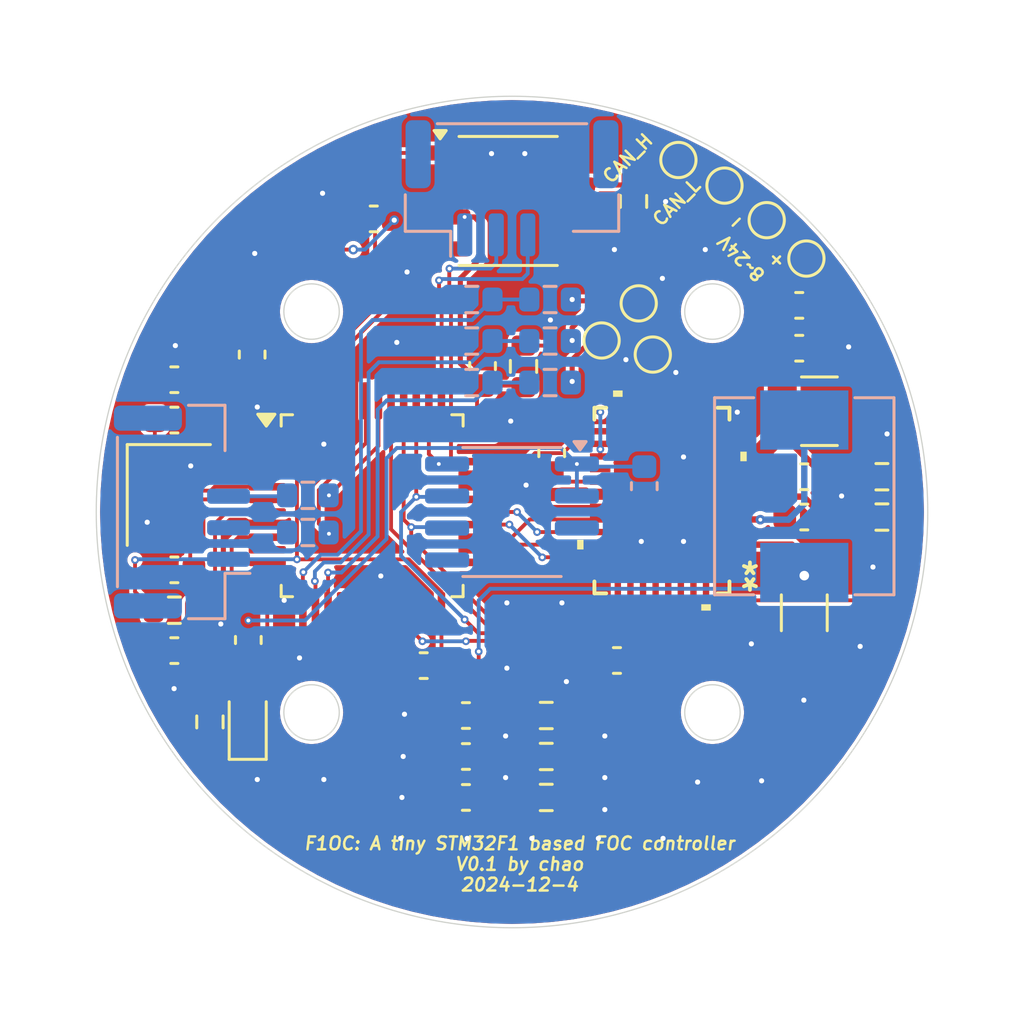
<source format=kicad_pcb>
(kicad_pcb (version 20240108) (generator "pcbnew") (generator_version "8.0")
  (title_block (title "F1OC -- A tiny STM32F1 based FOC controller") (date "2024-12-04") (rev "v0.1"))
  (layers (0 "F.Cu" signal) (31 "B.Cu" signal) (34 "B.Paste" user) (35 "F.Paste" user) (36 "B.SilkS" user "B.Silkscreen") (37 "F.SilkS" user "F.Silkscreen") (38 "B.Mask" user) (39 "F.Mask" user) (44 "Edge.Cuts" user))
  (property "ADDRESS1" "Not shown in title block")
  (property "ADDRESS2" "Not shown in title block")
  (property "ADDRESS3" "Not shown in title block")
  (property "ADDRESS4" "Not shown in title block")
  (property "APPROVEDBY" "Not shown in title block")
  (property "AUTHOR" "Not shown in title block")
  (property "CHECKEDBY" "Not shown in title block")
  (property "CONFIGURATIONPARAMETERS" "")
  (property "CONFIGURATORNAME" "")
  (property "CURRENTDATE" "Not shown in title block")
  (property "CURRENTTIME" "Not shown in title block")
  (property "DOCUMENTFULLPATHANDNAME" "Not shown in title block")
  (property "DOCUMENTNAME" "Not shown in title block")
  (property "DOCUMENTNUMBER" "1")
  (property "DRAWNBY" "")
  (property "ENGINEER" "Not shown in title block")
  (property "IMAGEPATH" "Not shown in title block")
  (property "ISUSERCONFIGURABLE" "")
  (property "MODIFIEDDATE" "Not shown in title block")
  (property "ORGANIZATION" "Not shown in title block")
  (property "PAGESETUP" "Record=PageOptions¦CenterHorizontal=True¦CenterVertical=True¦PrintScale=1.00¦XCorrection=1.00¦YCorrection=1.00¦PrintKind=0¦BorderSize=5000000¦LeftOffset=0¦BottomOffset=0¦Orientation=2¦PaperLength=1000¦PaperWidth=1000¦Scale=100¦PaperSource=15¦PrintQuality=600¦MediaType=1¦DitherType=10¦PaperKind=Letter¦PrintScaleMode=1")
  (property "SHEETTOTAL" "3")
  (property "TIME" "Not shown in title block")
  (property "VERSIONCONTROL_PROJFOLDERREVNUMBER" "")
  (property "VERSIONCONTROL_REVNUMBER" "")
  (net 0 "")
  (net 1 "GND")
  (net 2 "Net-(U1-NRST)")
  (net 3 "+3.3V")
  (net 4 "+3.3VA")
  (net 6 "/IN_LA")
  (net 7 "/IN_HA")
  (net 8 "/CAN_TX")
  (net 9 "/IN_LB")
  (net 11 "/CS")
  (net 12 "Net-(U1-PD0)")
  (net 13 "/IN_HC")
  (net 14 "/SCK")
  (net 17 "/SWD")
  (net 18 "/MISO")
  (net 19 "Net-(U1-PD1)")
  (net 20 "/CAN_RX")
  (net 21 "/SWCLK")
  (net 22 "/IN_LC")
  (net 23 "/MOSI")
  (net 24 "/IN_HB")
  (net 26 "/SW_BK")
  (net 27 "/CS_DRV")
  (net 28 "/CUR_B")
  (net 30 "/CUR_C")
  (net 31 "/CUR_A")
  (net 32 "/V_BATT")
  (net 33 "/MOTOR_B")
  (net 34 "/MOTOR_A")
  (net 35 "+8~24V")
  (net 36 "Net-(U2-SOC)")
  (net 38 "/MOTOR_C")
  (net 39 "Net-(U2-SOB)")
  (net 40 "Net-(U2-SOA)")
  (net 41 "Net-(U2-CP)")
  (net 42 "Net-(U2-VREF{slash}ILIM)")
  (net 45 "/UART_TX")
  (net 46 "/UART_RX")
  (net 47 "Net-(D2-K)")
  (net 53 "/VOL_A")
  (net 54 "/VOL_B")
  (net 55 "/VOL_C")
  (net 56 "Net-(U1-PB7)")
  (net 57 "Net-(U1-PB6)")
  (net 58 "Net-(U2-CPL)")
  (net 59 "Net-(U2-CPH)")
  (net 60 "/LED")
  (net 61 "Net-(U3-CANH)")
  (net 62 "Net-(U3-CANL)")
  (net 63 "Net-(U2-NFAULT)")
  (net 64 "/DRV_OFF")
  (footprint "Capacitor_SMD:C_0603_1608Metric" (layer "F.Cu") (at 107.6 81.5 180)
    (property "Reference" "C1" (hide yes))
    (property "Value" "0.1uF")
  )
  (footprint "LED_SMD:LED_0603_1608Metric" (layer "F.Cu") (at 110.511199 84.3312 90)
    (property "Reference" "D2" (hide yes))
    (property "Value" "LED")
  )
  (footprint "TestPoint:TestPoint_Pad_D1.0mm" (layer "F.Cu") (at 124.556 69.1928 90)
    (property "Reference" "TP3" (hide yes))
    (property "Value" "MOTOR_C")
  )
  (footprint "Resistor_SMD:R_0603_1608Metric" (layer "F.Cu") (at 109.0112 84.3312 90)
    (property "Reference" "R10" (hide yes))
    (property "Value" "10k")
  )
  (footprint "Capacitor_SMD:C_0603_1608Metric" (layer "F.Cu") (at 125.1656 81.8928 180)
    (property "Reference" "C17" (hide yes))
    (property "Value" "X5R CERAMIC 16V 0.1uF")
  )
  (footprint "Capacitor_SMD:C_0603_1608Metric" (layer "F.Cu") (at 119.172 84.0772 180)
    (property "Reference" "C16" (hide yes))
    (property "Value" "30pF")
  )
  (footprint "footprints:DRV8316C" (layer "F.Cu") (at 126.950441 75.5456 180)
    (property "Reference" "U2" (hide yes))
    (property "Value" "DRV8316CRRGFR")
  )
  (footprint "Capacitor_SMD:C_0603_1608Metric" (layer "F.Cu") (at 132.6 76.2)
    (property "Reference" "C8" (hide yes))
    (property "Value" "X5R CERAMIC 47nF")
  )
  (footprint "TestPoint:TestPoint_Pad_D1.0mm" (layer "F.Cu") (at 126.588 69.7516 90)
    (property "Reference" "TP2" (hide yes))
    (property "Value" "MOTOR_B")
  )
  (footprint "Crystal:Crystal_SMD_3225-4Pin_3.2x2.5mm" (layer "F.Cu") (at 107.38 75.324 -90)
    (property "Reference" "Y1" (hide yes))
    (property "Value" "Crystal_GND24")
  )
  (footprint "Resistor_SMD:R_0603_1608Metric" (layer "F.Cu") (at 122.3594 87.3284 180)
    (property "Reference" "R4" (hide yes))
    (property "Value" "470")
  )
  (footprint "Resistor_SMD:R_0603_1608Metric" (layer "F.Cu") (at 122.3594 85.7028 180)
    (property "Reference" "R5" (hide yes))
    (property "Value" "470")
  )
  (footprint "Capacitor_SMD:C_0603_1608Metric" (layer "F.Cu") (at 122.5748 73.6632 90)
    (property "Reference" "C6" (hide yes))
    (property "Value" "X5R CERAMIC 16V 0.1uF")
  )
  (footprint "Capacitor_SMD:C_0603_1608Metric" (layer "F.Cu") (at 110.6876 69.7516 90)
    (property "Reference" "C19" (hide yes))
    (property "Value" "0.1uF")
  )
  (footprint "Resistor_SMD:R_0603_1608Metric" (layer "F.Cu") (at 135.6812 76.2 180)
    (property "Reference" "R8" (hide yes))
    (property "Value" "10K")
  )
  (footprint "Capacitor_SMD:C_0603_1608Metric" (layer "F.Cu") (at 132.4 67.8)
    (property "Reference" "C9" (hide yes))
    (property "Value" "50V 0.1uF")
  )
  (footprint "Capacitor_SMD:C_1210_3225Metric" (layer "F.Cu") (at 133.2 72)
    (property "Reference" "C5" (hide yes))
    (property "Value" "C_Polarized")
  )
  (footprint "Capacitor_SMD:C_1206_3216Metric" (layer "F.Cu") (at 132.6 80 -90)
    (property "Reference" "C13" (hide yes))
    (property "Value" "22uF")
  )
  (footprint "Capacitor_SMD:C_0603_1608Metric" (layer "F.Cu") (at 119.172 85.7028 180)
    (property "Reference" "C15" (hide yes))
    (property "Value" "30pF")
  )
  (footprint "Package_QFP:LQFP-48_7x7mm_P0.5mm" (layer "F.Cu") (at 115.45 75.75)
    (property "Reference" "U1" (hide yes))
    (property "Value" "STM32F103C8Tx")
  )
  (footprint "Capacitor_SMD:C_0603_1608Metric" (layer "F.Cu") (at 117.4948 82.096 180)
    (property "Reference" "C21" (hide yes))
    (property "Value" "0.1uF")
  )
  (footprint "Capacitor_SMD:C_0603_1608Metric" (layer "F.Cu") (at 119.8316 70.2088 90)
    (property "Reference" "C20" (hide yes))
    (property "Value" "0.1uF")
  )
  (footprint "Capacitor_SMD:C_0603_1608Metric" (layer "F.Cu") (at 107.6 78.296 180)
    (property "Reference" "C3" (hide yes))
    (property "Value" "20pF")
  )
  (footprint "Capacitor_SMD:C_0603_1608Metric" (layer "F.Cu") (at 132.6 74.6)
    (property "Reference" "C10" (hide yes))
    (property "Value" "X5R CERAMIC 16V 1uF")
  )
  (footprint "Resistor_SMD:R_0603_1608Metric" (layer "F.Cu") (at 122.3594 84.0772 180)
    (property "Reference" "R6" (hide yes))
    (property "Value" "470")
  )
  (footprint "TestPoint:TestPoint_Pad_D1.0mm" (layer "F.Cu") (at 127.604 62.03 90)
    (property "Reference" "TP4" (hide yes))
    (property "Value" "CAN_H")
  )
  (footprint "TestPoint:TestPoint_Pad_D1.0mm" (layer "F.Cu") (at 131.1092 64.4176)
    (property "Reference" "TP7" (hide yes))
    (property "Value" "VBATT-")
  )
  (footprint "TestPoint:TestPoint_Pad_D1.0mm" (layer "F.Cu") (at 132.684 65.9416)
    (property "Reference" "TP6" (hide yes))
    (property "Value" "VBATT+")
  )
  (footprint "Capacitor_SMD:C_0603_1608Metric" (layer "F.Cu") (at 110.5352 81.08 -90)
    (property "Reference" "C11" (hide yes))
    (property "Value" "X5R CERAMIC 16V 0.1uF")
  )
  (footprint "Capacitor_SMD:C_0603_1608Metric" (layer "F.Cu") (at 119.172 87.3284 180)
    (property "Reference" "C14" (hide yes))
    (property "Value" "30pF")
  )
  (footprint "TestPoint:TestPoint_Pad_D1.0mm" (layer "F.Cu") (at 126.0292 67.7196 90)
    (property "Reference" "TP1" (hide yes))
    (property "Value" "MOTOR_A")
  )
  (footprint "Capacitor_SMD:C_0603_1608Metric" (layer "F.Cu") (at 132.4 69.5)
    (property "Reference" "C12" (hide yes))
    (property "Value" "63V 1uF")
  )
  (footprint "Package_SO:SOIC-8_3.9x4.9mm_P1.27mm" (layer "F.Cu") (at 120.8476 63.6556)
    (property "Reference" "U3" (hide yes))
    (property "Value" "SN65HVD230")
  )
  (footprint "Resistor_SMD:R_0603_1608Metric" (layer "F.Cu") (at 125.8226 63.6734 -90)
    (property "Reference" "R2" (hide yes))
    (property "Value" "470")
  )
  (footprint "Capacitor_SMD:C_0603_1608Metric" (layer "F.Cu") (at 107.6 70.75 180)
    (property "Reference" "C18" (hide yes))
    (property "Value" "0.1uF")
  )
  (footprint "Capacitor_SMD:C_0603_1608Metric" (layer "F.Cu") (at 115.5136 64.3668 180)
    (property "Reference" "C4" (hide yes))
    (property "Value" "0.1uF")
  )
  (footprint "Resistor_SMD:R_0603_1608Metric" (layer "F.Cu") (at 121.4572 70.221 -90)
    (property "Reference" "R17" (hide yes))
    (property "Value" "10k")
  )
  (footprint "TestPoint:TestPoint_Pad_D1.0mm" (layer "F.Cu") (at 129.4328 63.046 90)
    (property "Reference" "TP5" (hide yes))
    (property "Value" "CAN_L")
  )
  (footprint "Resistor_SMD:R_0603_1608Metric" (layer "F.Cu") (at 107.6 79.898)
    (property "Reference" "R1" (hide yes))
    (property "Value" "10k")
  )
  (footprint "Capacitor_SMD:C_0603_1608Metric" (layer "F.Cu") (at 107.6 72.352)
    (property "Reference" "C2" (hide yes))
    (property "Value" "20pF")
  )
  (footprint "Resistor_SMD:R_0603_1608Metric" (layer "F.Cu") (at 135.6812 74.6 180)
    (property "Reference" "R7" (hide yes))
    (property "Value" "100K")
  )
  (footprint "Resistor_SMD:R_0603_1608Metric" (layer "B.Cu") (at 122.5118 70.862425)
    (property "Reference" "R15" (hide yes))
    (property "Value" "10k")
  )
  (footprint "Connector_JST:JST_GH_SM04B-GHS-TB_1x04-1MP_P1.25mm_Horizontal" (layer "B.Cu") (at 121 63.15)
    (property "Reference" "J3" (hide yes))
    (property "Value" "Conn_01x04_Shielded")
  )
  (footprint "Resistor_SMD:R_0603_1608Metric" (layer "B.Cu") (at 122.5118 67.5672)
    (property "Reference" "R9" (hide yes))
    (property "Value" "10k")
  )
  (footprint "Capacitor_SMD:C_0603_1608Metric" (layer "B.Cu") (at 126.25 74.975 -90)
    (property "Reference" "C7" (hide yes))
    (property "Value" "0.1uF")
  )
  (footprint "Resistor_SMD:R_0603_1608Metric" (layer "B.Cu") (at 119.4008 69.214812)
    (property "Reference" "R14" (hide yes))
    (property "Value" "1k")
  )
  (footprint "Resistor_SMD:R_0603_1608Metric" (layer "B.Cu") (at 119.4008 70.862425)
    (property "Reference" "R16" (hide yes))
    (property "Value" "1k")
  )
  (footprint "Connector_JST:JST_GH_SM04B-GHS-TB_1x04-1MP_P1.25mm_Horizontal" (layer "B.Cu") (at 107.9 76 90)
    (property "Reference" "J1" (hide yes))
    (property "Value" "Conn_01x04_Shielded")
  )
  (footprint "Resistor_SMD:R_0603_1608Metric" (layer "B.Cu") (at 122.5118 69.214812)
    (property "Reference" "R13" (hide yes))
    (property "Value" "10k")
  )
  (footprint "Package_SO:SO-8_3.9x4.9mm_P1.27mm" (layer "B.Cu") (at 121 76 180)
    (property "Reference" "U4" (hide yes))
    (property "Value" "MT6701CT")
  )
  (footprint "Resistor_SMD:R_0603_1608Metric" (layer "B.Cu") (at 112.8984 76.8128 180)
    (property "Reference" "R3" (hide yes))
    (property "Value" "100")
  )
  (footprint "Resistor_SMD:R_0603_1608Metric" (layer "B.Cu") (at 112.8984 75.3396 180)
    (property "Reference" "R11" (hide yes))
    (property "Value" "100")
  )
  (footprint "Resistor_SMD:R_0603_1608Metric" (layer "B.Cu") (at 119.4008 67.5672)
    (property "Reference" "R12" (hide yes))
    (property "Value" "1k")
  )
  (footprint "Inductor_SMD:L_Chilisin_BMRx00060630" (layer "B.Cu") (at 132.6 75.375 -90)
    (property "Reference" "L1" (hide yes))
    (property "Value" "47uH")
  )
  (gr_circle (center 113.045049 68.045049) (end 112.267231 67.267231) (stroke (width 0.05)) (fill none) (layer "Edge.Cuts"))
  (gr_circle (center 121 76) (end 109.332738 64.332738) (stroke (width 0.05)) (fill none) (layer "Edge.Cuts"))
  (gr_circle (center 113.045049 83.954951) (end 112.267231 83.177134) (stroke (width 0.05)) (fill none) (layer "Edge.Cuts"))
  (gr_circle (center 128.954951 68.045049) (end 128.177134 67.267231) (stroke (width 0.05)) (fill none) (layer "Edge.Cuts"))
  (gr_circle (center 128.954951 83.954951) (end 128.177134 83.177134) (stroke (width 0.05)) (fill none) (layer "Edge.Cuts"))
  (gr_text "CAN_H" (at 124.9116 63.0714 45) (layer "F.SilkS") (effects (font (size 0.508 0.508) (thickness 0.1)) (justify left bottom)))
  (gr_text "-" (at 129.8138 64.951 45) (layer "F.SilkS") (effects (font (size 0.508 0.508) (thickness 0.1)) (justify left bottom)))
  (gr_text "CAN_L" (at 126.8928 64.7732 45) (layer "F.SilkS") (effects (font (size 0.508 0.508) (thickness 0.1)) (justify left bottom)))
  (gr_text "+" (at 131.414 66.4496 45) (layer "F.SilkS") (effects (font (size 0.508 0.508) (thickness 0.1)) (justify left bottom)))
  (gr_text "8~24V" (at 131.16 66.5512 135) (layer "F.SilkS") (effects (font (size 0.508 0.508) (thickness 0.1)) (justify left bottom)))
  (gr_text "F1OC: A tiny STM32F1 based FOC controller\nV0.1 by chao\n2024-12-4" (at 121.3048 91.0876 0) (layer "F.SilkS") (effects (font (size 0.508 0.508) (thickness 0.1) (italic yes)) (justify bottom)))
  (via (at 134.8176 81.334) (size 0.4064) (drill 0.2032) (layers "F.Cu" "B.Cu") (net 1))
  (via (at 110.8908 71.8344) (size 0.4064) (drill 0.2032) (layers "F.Cu" "B.Cu") (net 1))
  (via (at 110.8908 86.6172) (size 0.4064) (drill 0.2032) (layers "F.Cu" "B.Cu") (net 1))
  (via (at 116.682 85.7028) (size 0.4064) (drill 0.2032) (layers "F.Cu" "B.Cu") (net 1))
  (via (at 116.7328 84.0264) (size 0.4064) (drill 0.2032) (layers "F.Cu" "B.Cu") (net 1))
  (via (at 107.6396 69.396) (size 0.4064) (drill 0.2032) (layers "F.Cu" "B.Cu") (net 1))
  (via (at 129.9408 72.0376) (size 0.4064) (drill 0.2032) (layers "F.Cu" "B.Cu") (net 1))
  (via (at 121.508 61.776) (size 0.4064) (drill 0.2032) (layers "F.Cu" "B.Cu") (net 1))
  (via (at 130.906 86.668) (size 0.4064) (drill 0.2032) (layers "F.Cu" "B.Cu") (net 1))
  (via (at 124.683 86.541) (size 0.4064) (drill 0.2032) (layers "F.Cu" "B.Cu") (net 1))
  (via (at 109.443 80.445) (size 0.4064) (drill 0.2032) (layers "F.Cu" "B.Cu") (net 1))
  (via (at 126.969 66.729) (size 0.4064) (drill 0.2032) (layers "F.Cu" "B.Cu") (net 1))
  (via (at 125.5212 69.9548) (size 0.4064) (drill 0.2032) (layers "F.Cu" "B.Cu") (net 1))
  (via (at 122.9812 79.6068) (size 0.4064) (drill 0.2032) (layers "F.Cu" "B.Cu") (net 1))
  (via (at 116.5804 88.954) (size 0.4064) (drill 0.2032) (layers "F.Cu" "B.Cu") (net 1))
  (via (at 108.2492 74.1712) (size 0.4064) (drill 0.2032) (layers "F.Cu" "B.Cu") (net 1))
  (via (at 120.1872 61.776) (size 0.4064) (drill 0.2032) (layers "F.Cu" "B.Cu") (net 1))
  (via (at 124.683 84.89) (size 0.4064) (drill 0.2032) (layers "F.Cu" "B.Cu") (net 1))
  (via (at 128.6708 65.586) (size 0.4064) (drill 0.2032) (layers "F.Cu" "B.Cu") (net 1))
  (via (at 127.8072 73.8156) (size 0.4064) (drill 0.2032) (layers "F.Cu" "B.Cu") (net 1))
  (via (at 119.222 88.954) (size 0.4064) (drill 0.2032) (layers "F.Cu" "B.Cu") (net 1))
  (via (at 123.159 82.731) (size 0.4064) (drill 0.2032) (layers "F.Cu" "B.Cu") (net 1))
  (via (at 120.9492 72.3932) (size 0.4064) (drill 0.2032) (layers "F.Cu" "B.Cu") (net 1))
  (via (at 120.7968 82.1976) (size 0.4064) (drill 0.2032) (layers "F.Cu" "B.Cu") (net 1))
  (via (at 134.081 75.365) (size 0.4064) (drill 0.2032) (layers "F.Cu" "B.Cu") (net 1))
  (via (at 113.5324 86.6172) (size 0.4064) (drill 0.2032) (layers "F.Cu" "B.Cu") (net 1))
  (via (at 116.8344 66.475) (size 0.4064) (drill 0.2032) (layers "F.Cu" "B.Cu") (net 1))
  (via (at 107.5888 83.0104) (size 0.4064) (drill 0.2032) (layers "F.Cu" "B.Cu") (net 1))
  (via (at 124.683 87.811) (size 0.4064) (drill 0.2032) (layers "F.Cu" "B.Cu") (net 1))
  (via (at 120.746 86.541) (size 0.4064) (drill 0.2032) (layers "F.Cu" "B.Cu") (net 1))
  (via (at 128.366 86.7188) (size 0.4064) (drill 0.2032) (layers "F.Cu" "B.Cu") (net 1))
  (via (at 127.5024 70.4628) (size 0.4064) (drill 0.2032) (layers "F.Cu" "B.Cu") (net 1))
  (via (at 111.9576 79.5052) (size 0.4064) (drill 0.2032) (layers "F.Cu" "B.Cu") (net 1))
  (via (at 120.746 84.89) (size 0.4064) (drill 0.2032) (layers "F.Cu" "B.Cu") (net 1))
  (via (at 112.5672 81.7912) (size 0.4064) (drill 0.2032) (layers "F.Cu" "B.Cu") (net 1))
  (via (at 120.7968 79.6068) (size 0.4064) (drill 0.2032) (layers "F.Cu" "B.Cu") (net 1))
  (via (at 116.6312 87.3284) (size 0.4064) (drill 0.2032) (layers "F.Cu" "B.Cu") (net 1))
  (via (at 126.1308 77.1684) (size 0.4064) (drill 0.2032) (layers "F.Cu" "B.Cu") (net 1))
  (via (at 124.429 88.954) (size 0.4064) (drill 0.2032) (layers "F.Cu" "B.Cu") (net 1))
  (via (at 122.524 68.38) (size 0.4064) (drill 0.2032) (layers "F.Cu" "B.Cu") (net 1))
  (via (at 135.8844 72.9012) (size 0.4064) (drill 0.2032) (layers "F.Cu" "B.Cu") (net 1))
  (via (at 113.5324 73.3076) (size 0.4064) (drill 0.2032) (layers "F.Cu" "B.Cu") (net 1))
  (via (at 121.5588 74.9332) (size 0.4064) (drill 0.2032) (layers "F.Cu" "B.Cu") (net 1))
  (via (at 125.064 65.586) (size 0.4064) (drill 0.2032) (layers "F.Cu" "B.Cu") (net 1))
  (via (at 113.4816 63.3508) (size 0.4064) (drill 0.2032) (layers "F.Cu" "B.Cu") (net 1))
  (via (at 116.428 69.269) (size 0.4064) (drill 0.2032) (layers "F.Cu" "B.Cu") (net 1))
  (via (at 121.7874 88.954) (size 0.4064) (drill 0.2032) (layers "F.Cu" "B.Cu") (net 1))
  (via (at 126.9944 88.954) (size 0.4064) (drill 0.2032) (layers "F.Cu" "B.Cu") (net 1))
  (via (at 130.4996 81.2324) (size 0.4064) (drill 0.2032) (layers "F.Cu" "B.Cu") (net 1))
  (via (at 134.3604 69.4468) (size 0.4064) (drill 0.2032) (layers "F.Cu" "B.Cu") (net 1))
  (via (at 115.793 78.54) (size 0.4064) (drill 0.2032) (layers "F.Cu" "B.Cu") (net 1))
  (via (at 127.8072 77.1684) (size 0.4064) (drill 0.2032) (layers "F.Cu" "B.Cu") (net 1))
  (via (at 135.3256 78.1844) (size 0.4064) (drill 0.2032) (layers "F.Cu" "B.Cu") (net 1))
  (via (at 110.7892 65.7384) (size 0.4064) (drill 0.2032) (layers "F.Cu" "B.Cu") (net 1))
  (via (at 132.5824 83.4676) (size 0.4064) (drill 0.2032) (layers "F.Cu" "B.Cu") (net 1))
  (via (at 106.522 76.4064) (size 0.4064) (drill 0.2032) (layers "F.Cu" "B.Cu") (net 1))
  (via (at 127.096 63.681) (size 0.4064) (drill 0.2032) (layers "F.Cu" "B.Cu") (net 1))
  (segment (start 108.375 79.948) (end 108.425 79.898) (width 0.1524) (layer "F.Cu") (net 2))
  (segment (start 108.72 79.898) (end 109.2144 79.4036) (width 0.1524) (layer "F.Cu") (net 2))
  (segment (start 109.2144 76.4572) (end 109.6716 76) (width 0.1524) (layer "F.Cu") (net 2))
  (segment (start 109.2144 79.4036) (end 109.2144 76.4572) (width 0.1524) (layer "F.Cu") (net 2))
  (segment (start 108.425 79.898) (end 108.72 79.898) (width 0.1524) (layer "F.Cu") (net 2))
  (segment (start 109.6716 76) (end 111.2875 76) (width 0.1524) (layer "F.Cu") (net 2))
  (segment (start 108.375 81.5) (end 108.375 79.948) (width 0.1524) (layer "F.Cu") (net 2))
  (segment (start 119.5014 64.2906) (end 119.7808 64.57) (width 0.2032) (layer "F.Cu") (net 3))
  (segment (start 109.2652 71.6402) (end 109.2652 72.3932) (width 0.1524) (layer "F.Cu") (net 3))
  (segment (start 119.5268 82.096) (end 118.2698 82.096) (width 0.1524) (layer "F.Cu") (net 3))
  (segment (start 116.2886 64.3668) (end 118.2964 64.3668) (width 0.1524) (layer "F.Cu") (net 3))
  (segment (start 118.2 82.0262) (end 118.2698 82.096) (width 0.1524) (layer "F.Cu") (net 3))
  (segment (start 108.5606 70.5644) (end 108.375 70.75) (width 0.254) (layer "F.Cu") (net 3))
  (segment (start 106.0394 79.1624) (end 106.775 79.898) (width 0.1524) (layer "F.Cu") (net 3))
  (segment (start 108.808 67.872) (end 109.57 67.872) (width 0.1524) (layer "F.Cu") (net 3))
  (segment (start 109.872 73) (end 111.2875 73) (width 0.1524) (layer "F.Cu") (net 3))
  (segment (start 110.6876 70.5266) (end 110.6498 70.5644) (width 0.254) (layer "F.Cu") (net 3))
  (segment (start 112.7 70.6972) (end 112.7 71.5875) (width 0.1524) (layer "F.Cu") (net 3))
  (segment (start 119.6792 81.9436) (end 119.5268 82.096) (width 0.1524) (layer "F.Cu") (net 3))
  (segment (start 116.904599 77.8796) (end 118.2 79.175001) (width 0.1524) (layer "F.Cu") (net 3))
  (segment (start 119.7808 64.57) (end 119.7808 65.8908) (width 0.2032) (layer "F.Cu") (net 3))
  (segment (start 108.4303 70.6947) (end 108.4303 68.2497) (width 0.1524) (layer "F.Cu") (net 3))
  (segment (start 118.2 79.175001) (end 118.2 79.9125) (width 0.1524) (layer "F.Cu") (net 3))
  (segment (start 119.6125 73) (end 119.6125 71.2029) (width 0.1524) (layer "F.Cu") (net 3))
  (segment (start 118.2 79.9125) (end 118.2 82.0262) (width 0.1524) (layer "F.Cu") (net 3))
  (segment (start 108.4303 68.2497) (end 108.808 67.872) (width 0.1524) (layer "F.Cu") (net 3))
  (segment (start 110.6498 70.5644) (end 108.5606 70.5644) (width 0.254) (layer "F.Cu") (net 3))
  (segment (start 118.2656 64.3976) (end 118.3726 64.2906) (width 0.2032) (layer "F.Cu") (net 3))
  (segment (start 112.3104 73) (end 111.2875 73) (width 0.1524) (layer "F.Cu") (net 3))
  (segment (start 119.6125 71.2029) (end 119.8316 70.9838) (width 0.1524) (layer "F.Cu") (net 3))
  (segment (start 109.2652 72.3932) (end 109.872 73) (width 0.1524) (layer "F.Cu") (net 3))
  (segment (start 118.9502 70.1024) (end 119.8316 70.9838) (width 0.2032) (layer "F.Cu") (net 3))
  (segment (start 112.4656 77.8796) (end 112.4656 73.1552) (width 0.1524) (layer "F.Cu") (net 3))
  (segment (start 109.57 67.872) (end 111.856 65.586) (width 0.1524) (layer "F.Cu") (net 3))
  (segment (start 112.5294 70.5266) (end 112.7 70.6972) (width 0.1524) (layer "F.Cu") (net 3))
  (segment (start 121.395 70.9838) (end 121.4572 71.046) (width 0.1524) (layer "F.Cu") (net 3))
  (segment (start 106.0394 77.905) (end 106.0394 79.1624) (width 0.1524) (layer "F.Cu") (net 3))
  (segment (start 119.7808 65.8908) (end 118.9502 66.7214) (width 0.2032) (layer "F.Cu") (net 3))
  (segment (start 129.401541 77.296041) (end 132.100441 77.296041) (width 0.254) (layer "F.Cu") (net 3))
  (segment (start 108.375 70.75) (end 108.4303 70.6947) (width 0.1524) (layer "F.Cu") (net 3))
  (segment (start 112.4656 73.1552) (end 112.3104 73) (width 0.1524) (layer "F.Cu") (net 3))
  (segment (start 119.6792 81.5372) (end 119.6792 81.9436) (width 0.1524) (layer "F.Cu") (net 3))
  (segment (start 118.9502 66.7214) (end 118.9502 70.1024) (width 0.2032) (layer "F.Cu") (net 3))
  (segment (start 112.4656 77.8796) (end 116.904599 77.8796) (width 0.1524) (layer "F.Cu") (net 3))
  (segment (start 132.6 77.7956) (end 132.6 78.524999) (width 0.254) (layer "F.Cu") (net 3))
  (segment (start 110.6876 70.5266) (end 112.5294 70.5266) (width 0.1524) (layer "F.Cu") (net 3))
  (segment (start 108.375 70.75) (end 109.2652 71.6402) (width 0.1524) (layer "F.Cu") (net 3))
  (segment (start 118.3726 64.2906) (end 119.1204 64.2906) (width 0.2032) (layer "F.Cu") (net 3))
  (segment (start 118.2964 64.3668) (end 118.3726 64.2906) (width 0.1524) (layer "F.Cu") (net 3))
  (segment (start 132.100441 77.296041) (end 132.6 77.7956) (width 0.254) (layer "F.Cu") (net 3))
  (segment (start 119.1204 64.2906) (end 119.5014 64.2906) (width 0.2032) (layer "F.Cu") (net 3))
  (segment (start 111.856 65.586) (end 114.7008 65.586) (width 0.1524) (layer "F.Cu") (net 3))
  (segment (start 119.8316 70.9838) (end 121.395 70.9838) (width 0.1524) (layer "F.Cu") (net 3))
  (via (at 114.7008 65.586) (size 0.381) (drill 0.2032) (layers "F.Cu" "B.Cu") (net 3))
  (via (at 132.6 78.524999) (size 0.762) (drill 0.381) (layers "F.Cu" "B.Cu") (net 3))
  (via (at 116.3264 64.4176) (size 0.381) (drill 0.2032) (layers "F.Cu" "B.Cu") (net 3))
  (via (at 119.1204 64.2906) (size 0.3048) (drill 0.1524) (layers "F.Cu" "B.Cu") (net 3))
  (via (at 112.4656 77.8796) (size 0.3048) (drill 0.1524) (layers "F.Cu" "B.Cu") (net 3))
  (via (at 106.0394 77.905) (size 0.3048) (drill 0.1524) (layers "F.Cu" "B.Cu") (net 3))
  (via (at 119.6792 81.5372) (size 0.3048) (drill 0.1524) (layers "F.Cu" "B.Cu") (net 3))
  (segment (start 106.0394 77.905) (end 106.0694 77.875) (width 0.1524) (layer "B.Cu") (net 3))
  (segment (start 115.158 65.586) (end 116.3264 64.4176) (width 0.1524) (layer "B.Cu") (net 3))
  (segment (start 119.6792 79.5052) (end 120.1364 79.048) (width 0.1524) (layer "B.Cu") (net 3))
  (segment (start 114.7008 65.586) (end 115.158 65.586) (width 0.1524) (layer "B.Cu") (net 3))
  (segment (start 119.6792 81.5372) (end 119.6792 79.5052) (width 0.1524) (layer "B.Cu") (net 3))
  (segment (start 120.1364 79.048) (end 132.076999 79.048) (width 0.1524) (layer "B.Cu") (net 3))
  (segment (start 112.4656 77.8796) (end 112.461 77.875) (width 0.1524) (layer "B.Cu") (net 3))
  (segment (start 132.076999 79.048) (end 132.6 78.524999) (width 0.1524) (layer "B.Cu") (net 3))
  (segment (start 112.461 77.875) (end 109.75 77.875) (width 0.1524) (layer "B.Cu") (net 3))
  (segment (start 106.0694 77.875) (end 109.75 77.875) (width 0.1524) (layer "B.Cu") (net 3))
  (segment (start 132.6 78.3192) (end 132.6332 78.286) (width 0.1524) (layer "B.Cu") (net 3))
  (segment (start 123.575 74.095) (end 122.918 74.095) (width 0.1524) (layer "F.Cu") (net 4))
  (segment (start 110.5352 80.305) (end 109.8748 79.6446) (width 0.1524) (layer "F.Cu") (net 4))
  (segment (start 122.932011 74.795411) (end 122.5748 74.4382) (width 0.1524) (layer "F.Cu") (net 4))
  (segment (start 109.8748 77.27) (end 110.144801 76.999999) (width 0.1524) (layer "F.Cu") (net 4))
  (segment (start 122.918 74.095) (end 122.5748 74.4382) (width 0.1524) (layer "F.Cu") (net 4))
  (segment (start 122.5748 74.4252) (end 122.5748 74.4382) (width 0.254) (layer "F.Cu") (net 4))
  (segment (start 124.499341 74.795411) (end 122.932011 74.795411) (width 0.1524) (layer "F.Cu") (net 4))
  (segment (start 110.144801 76.999999) (end 111.2875 76.999999) (width 0.1524) (layer "F.Cu") (net 4))
  (segment (start 109.8748 79.6446) (end 109.8748 77.27) (width 0.1524) (layer "F.Cu") (net 4))
  (via (at 110.5352 80.305) (size 0.3048) (drill 0.1524) (layers "F.Cu" "B.Cu") (net 4))
  (via (at 123.575 74.095) (size 0.3048) (drill 0.1524) (layers "F.Cu" "B.Cu") (net 4))
  (segment (start 122.94 73.46) (end 122.3208 73.46) (width 0.1524) (layer "B.Cu") (net 4))
  (segment (start 116.0216 73.8664) (end 116.0216 77.0668) (width 0.1524) (layer "B.Cu") (net 4))
  (segment (start 112.7834 80.305) (end 110.5352 80.305) (width 0.1524) (layer "B.Cu") (net 4))
  (segment (start 123.68 74.2) (end 123.575 74.095) (width 0.1524) (layer "B.Cu") (net 4))
  (segment (start 122.3208 73.46) (end 116.428 73.46) (width 0.1524) (layer "B.Cu") (net 4))
  (segment (start 116.428 73.46) (end 116.0216 73.8664) (width 0.1524) (layer "B.Cu") (net 4))
  (segment (start 123.575 74.095) (end 122.94 73.46) (width 0.1524) (layer "B.Cu") (net 4))
  (segment (start 123.575 75.365) (end 123.575 74.095) (width 0.1524) (layer "B.Cu") (net 4))
  (segment (start 116.0216 77.0668) (end 112.7834 80.305) (width 0.1524) (layer "B.Cu") (net 4))
  (segment (start 126.25 74.2) (end 123.68 74.2) (width 0.1524) (layer "B.Cu") (net 4))
  (segment (start 123.575 75.365) (end 123.5146 75.365) (width 0.1524) (layer "B.Cu") (net 4))
  (segment (start 120.349999 76.999999) (end 120.35 77) (width 0.1524) (layer "F.Cu") (net 6))
  (segment (start 120.35 77) (end 121 77) (width 0.1524) (layer "F.Cu") (net 6))
  (segment (start 121 77) (end 121.704211 76.295789) (width 0.1524) (layer "F.Cu") (net 6))
  (segment (start 121.704211 76.295789) (end 124.499341 76.295789) (width 0.1524) (layer "F.Cu") (net 6))
  (segment (start 119.6125 76.999999) (end 120.349999 76.999999) (width 0.1524) (layer "F.Cu") (net 6))
  (segment (start 121.306132 75.5) (end 121.601795 75.795663) (width 0.1524) (layer "F.Cu") (net 7))
  (segment (start 121.601795 75.795663) (end 124.499341 75.795663) (width 0.1524) (layer "F.Cu") (net 7))
  (segment (start 119.6125 75.5) (end 121.306132 75.5) (width 0.1524) (layer "F.Cu") (net 7))
  (segment (start 115.5644 62.03) (end 115.5644 67.898148) (width 0.1524) (layer "F.Cu") (net 8))
  (segment (start 118.3726 61.7506) (end 115.8438 61.7506) (width 0.1524) (layer "F.Cu") (net 8))
  (segment (start 115.8438 61.7506) (end 115.5644 62.03) (width 0.1524) (layer "F.Cu") (net 8))
  (segment (start 115.5644 67.898148) (end 113.7 69.762548) (width 0.1524) (layer "F.Cu") (net 8))
  (segment (start 113.7 69.762548) (end 113.7 71.5875) (width 0.1524) (layer "F.Cu") (net 8))
  (segment (start 121.1 77.5) (end 121.303959 77.296041) (width 0.1524) (layer "F.Cu") (net 9))
  (segment (start 119.6125 77.5) (end 121.1 77.5) (width 0.1524) (layer "F.Cu") (net 9))
  (segment (start 121.303959 77.296041) (end 124.499341 77.296041) (width 0.1524) (layer "F.Cu") (net 9))
  (segment (start 118.095 74.095) (end 117.7 73.7) (width 0.1524) (layer "F.Cu") (net 11))
  (segment (start 117.7 73.7) (end 117.7 71.5875) (width 0.1524) (layer "F.Cu") (net 11))
  (via (at 118.095 74.095) (size 0.3048) (drill 0.1524) (layers "F.Cu" "B.Cu") (net 11))
  (segment (start 109.0458 75.1526) (end 109.1984 75) (width 0.1524) (layer "F.Cu") (net 12))
  (segment (start 107.4586 75.1526) (end 109.0458 75.1526) (width 0.1524) (layer "F.Cu") (net 12))
  (segment (start 106.825 72.352) (end 106.825 73.929) (width 0.1524) (layer "F.Cu") (net 12))
  (segment (start 109.1984 75) (end 111.2875 75) (width 0.1524) (layer "F.Cu") (net 12))
  (segment (start 106.825 73.929) (end 106.53 74.224) (width 0.1524) (layer "F.Cu") (net 12))
  (segment (start 106.53 74.224) (end 107.4586 75.1526) (width 0.1524) (layer "F.Cu") (net 12))
  (segment (start 120.893868 76.5) (end 120.896934 76.496934) (width 0.1524) (layer "F.Cu") (net 13))
  (segment (start 122.203833 77.796167) (end 124.499341 77.796167) (width 0.1524) (layer "F.Cu") (net 13))
  (segment (start 122.2 77.8) (end 122.203833 77.796167) (width 0.1524) (layer "F.Cu") (net 13))
  (segment (start 119.6125 76.5) (end 120.893868 76.5) (width 0.1524) (layer "F.Cu") (net 13))
  (via (at 122.2 77.8) (size 0.3048) (drill 0.1524) (layers "F.Cu" "B.Cu") (net 13))
  (via (at 120.896934 76.496934) (size 0.3048) (drill 0.1524) (layers "F.Cu" "B.Cu") (net 13))
  (segment (start 122.2 77.8) (end 120.896934 76.496934) (width 0.1524) (layer "B.Cu") (net 13))
  (segment (start 126.200252 79) (end 126.200252 80.122296) (width 0.1524) (layer "F.Cu") (net 14))
  (segment (start 126.200252 80.122296) (end 125.512948 80.8096) (width 0.1524) (layer "F.Cu") (net 14))
  (segment (start 125.512948 80.8096) (end 119.6628 80.8096) (width 0.1524) (layer "F.Cu") (net 14))
  (segment (start 119.6628 80.8096) (end 119.1204 80.2672) (width 0.1524) (layer "F.Cu") (net 14))
  (segment (start 117.2 71.5875) (end 117.2 75.4) (width 0.1524) (layer "F.Cu") (net 14))
  (via (at 119.1204 80.2672) (size 0.3048) (drill 0.1524) (layers "F.Cu" "B.Cu") (net 14))
  (via (at 117.2 75.4) (size 0.3048) (drill 0.1524) (layers "F.Cu" "B.Cu") (net 14))
  (segment (start 117.2 75.4) (end 118.39 75.4) (width 0.1524) (layer "B.Cu") (net 14))
  (segment (start 116.5976 76.0024) (end 117.2 75.4) (width 0.1524) (layer "B.Cu") (net 14))
  (segment (start 118.39 75.4) (end 118.425 75.365) (width 0.1524) (layer "B.Cu") (net 14))
  (segment (start 116.5976 77.7444) (end 116.5976 76.0024) (width 0.1524) (layer "B.Cu") (net 14))
  (segment (start 119.1204 80.2672) (end 116.5976 77.7444) (width 0.1524) (layer "B.Cu") (net 14))
  (segment (start 118.5786 73.8326) (end 118.746 74) (width 0.1524) (layer "F.Cu") (net 17))
  (segment (start 118.5786 67.2286) (end 118.5786 73.8326) (width 0.1524) (layer "F.Cu") (net 17))
  (segment (start 118.5108 66.346889) (end 118.5108 67.1608) (width 0.1524) (layer "F.Cu") (net 17))
  (segment (start 118.746 74) (end 119.6125 74) (width 0.1524) (layer "F.Cu") (net 17))
  (segment (start 118.517471 66.340218) (end 118.5108 66.346889) (width 0.1524) (layer "F.Cu") (net 17))
  (segment (start 118.5108 67.1608) (end 118.5786 67.2286) (width 0.1524) (layer "F.Cu") (net 17))
  (via (at 118.517471 66.340218) (size 0.3048) (drill 0.1524) (layers "F.Cu" "B.Cu") (net 17))
  (segment (start 120.144182 66.340218) (end 118.517471 66.340218) (width 0.1524) (layer "B.Cu") (net 17))
  (segment (start 120.375 65) (end 120.375 66.1094) (width 0.1524) (layer "B.Cu") (net 17))
  (segment (start 120.375 66.1094) (end 120.144182 66.340218) (width 0.1524) (layer "B.Cu") (net 17))
  (segment (start 120.143566 80.2) (end 117 77.056434) (width 0.1524) (layer "F.Cu") (net 18))
  (segment (start 116.699999 76.299999) (end 117 76.6) (width 0.1524) (layer "F.Cu") (net 18))
  (segment (start 125.2 79) (end 125.2 80) (width 0.1524) (layer "F.Cu") (net 18))
  (segment (start 116.699999 71.5875) (end 116.699999 76.299999) (width 0.1524) (layer "F.Cu") (net 18))
  (segment (start 117 77.056434) (end 117 76.6) (width 0.1524) (layer "F.Cu") (net 18))
  (segment (start 125 80.2) (end 120.143566 80.2) (width 0.1524) (layer "F.Cu") (net 18))
  (segment (start 125.2 80) (end 125 80.2) (width 0.1524) (layer "F.Cu") (net 18))
  (via (at 117 76.6) (size 0.3048) (drill 0.1524) (layers "F.Cu" "B.Cu") (net 18))
  (segment (start 118.39 76.6) (end 118.425 76.635) (width 0.1524) (layer "B.Cu") (net 18))
  (segment (start 117 76.6) (end 118.39 76.6) (width 0.1524) (layer "B.Cu") (net 18))
  (segment (start 108.3936 75.5) (end 111.2875 75.5) (width 0.1524) (layer "F.Cu") (net 19))
  (segment (start 108.23 76.424) (end 108.23 78.151) (width 0.1524) (layer "F.Cu") (net 19))
  (segment (start 108.23 75.6636) (end 108.3936 75.5) (width 0.1524) (layer "F.Cu") (net 19))
  (segment (start 108.23 76.424) (end 108.23 75.6636) (width 0.1524) (layer "F.Cu") (net 19))
  (segment (start 108.23 78.151) (end 108.375 78.296) (width 0.1524) (layer "F.Cu") (net 19))
  (segment (start 115.8692 65.7892) (end 116.0978 65.5606) (width 0.1524) (layer "F.Cu") (net 20))
  (segment (start 114.200001 71.5875) (end 114.200001 69.693599) (width 0.1524) (layer "F.Cu") (net 20))
  (segment (start 116.0978 65.5606) (end 118.3726 65.5606) (width 0.1524) (layer "F.Cu") (net 20))
  (segment (start 115.8692 68.0244) (end 115.8692 65.7892) (width 0.1524) (layer "F.Cu") (net 20))
  (segment (start 114.200001 69.693599) (end 115.8692 68.0244) (width 0.1524) (layer "F.Cu") (net 20))
  (segment (start 118.1044 66.8052) (end 118.1044 67.2116) (width 0.1524) (layer "F.Cu") (net 21))
  (segment (start 118.206 67.3132) (end 118.206 71.5815) (width 0.1524) (layer "F.Cu") (net 21))
  (segment (start 118.206 71.5815) (end 118.2 71.5875) (width 0.1524) (layer "F.Cu") (net 21))
  (segment (start 118.1044 67.2116) (end 118.206 67.3132) (width 0.1524) (layer "F.Cu") (net 21))
  (via (at 118.1044 66.8052) (size 0.3048) (drill 0.1524) (layers "F.Cu" "B.Cu") (net 21))
  (segment (start 121.624999 66.535801) (end 121.624999 65) (width 0.1524) (layer "B.Cu") (net 21))
  (segment (start 118.1552 66.7544) (end 121.4064 66.7544) (width 0.1524) (layer "B.Cu") (net 21))
  (segment (start 118.1044 66.8052) (end 118.1552 66.7544) (width 0.1524) (layer "B.Cu") (net 21))
  (segment (start 121.4064 66.7544) (end 121.624999 66.535801) (width 0.1524) (layer "B.Cu") (net 21))
  (segment (start 121 78) (end 121.296293 78.296293) (width 0.1524) (layer "F.Cu") (net 22))
  (segment (start 121.296293 78.296293) (end 124.499341 78.296293) (width 0.1524) (layer "F.Cu") (net 22))
  (segment (start 119.6125 78) (end 121 78) (width 0.1524) (layer "F.Cu") (net 22))
  (segment (start 116.2 76.687486) (end 120.017314 80.5048) (width 0.1524) (layer "F.Cu") (net 23))
  (segment (start 116.2 71.5875) (end 116.2 76.687486) (width 0.1524) (layer "F.Cu") (net 23))
  (segment (start 125.700126 80.099874) (end 125.700126 79) (width 0.1524) (layer "F.Cu") (net 23))
  (segment (start 120.017314 80.5048) (end 125.2952 80.5048) (width 0.1524) (layer "F.Cu") (net 23))
  (segment (start 125.2952 80.5048) (end 125.700126 80.099874) (width 0.1524) (layer "F.Cu") (net 23))
  (segment (start 119.6125 76) (end 121.2 76) (width 0.1524) (layer "F.Cu") (net 24))
  (segment (start 121.995915 76.795915) (end 124.499341 76.795915) (width 0.1524) (layer "F.Cu") (net 24))
  (via (at 121.2 76) (size 0.3048) (drill 0.1524) (layers "F.Cu" "B.Cu") (net 24))
  (via (at 121.995915 76.795915) (size 0.3048) (drill 0.1524) (layers "F.Cu" "B.Cu") (net 24))
  (segment (start 121.995915 76.795915) (end 121.2 76) (width 0.1524) (layer "B.Cu") (net 24))
  (segment (start 130.846189 76.295789) (end 130.8552 76.3048) (width 0.254) (layer "F.Cu") (net 26))
  (segment (start 129.401541 76.295789) (end 130.846189 76.295789) (width 0.254) (layer "F.Cu") (net 26))
  (via (at 130.8552 76.3048) (size 0.381) (drill 0.1524) (layers "F.Cu" "B.Cu") (net 26))
  (segment (start 130.8552 76.3048) (end 131.9728 76.3048) (width 0.254) (layer "B.Cu") (net 26))
  (segment (start 131.9728 76.3048) (end 132.6 75.6776) (width 0.254) (layer "B.Cu") (net 26))
  (segment (start 132.6 75.6776) (end 132.6 72.35) (width 0.254) (layer "B.Cu") (net 26))
  (segment (start 117.444 81.1308) (end 117.2 80.8868) (width 0.1524) (layer "F.Cu") (net 27))
  (segment (start 119.1876 81.1144) (end 125.6392 81.1144) (width 0.1524) (layer "F.Cu") (net 27))
  (segment (start 117.2 80.8868) (end 117.2 79.9125) (width 0.1524) (layer "F.Cu") (net 27))
  (segment (start 125.6392 81.1144) (end 126.700378 80.053222) (width 0.1524) (layer "F.Cu") (net 27))
  (segment (start 119.1712 81.1308) (end 119.1876 81.1144) (width 0.1524) (layer "F.Cu") (net 27))
  (segment (start 126.700378 80.053222) (end 126.700378 79) (width 0.1524) (layer "F.Cu") (net 27))
  (via (at 119.1712 81.1308) (size 0.3048) (drill 0.1524) (layers "F.Cu" "B.Cu") (net 27))
  (via (at 117.444 81.1308) (size 0.3048) (drill 0.1524) (layers "F.Cu" "B.Cu") (net 27))
  (segment (start 117.444 81.1308) (end 119.1712 81.1308) (width 0.1524) (layer "B.Cu") (net 27))
  (segment (start 119.1204 84.89) (end 115.7168 84.89) (width 0.1524) (layer "F.Cu") (net 28))
  (segment (start 119.947 85.7028) (end 119.9332 85.7028) (width 0.1524) (layer "F.Cu") (net 28))
  (segment (start 115.4882 84.6614) (end 115.4882 83.042492) (width 0.1524) (layer "F.Cu") (net 28))
  (segment (start 115.4079 82.9555) (end 115.2 82.7476) (width 0.1524) (layer "F.Cu") (net 28))
  (segment (start 115.2 82.7476) (end 115.2 79.9125) (width 0.1524) (layer "F.Cu") (net 28))
  (segment (start 121.5344 85.7028) (end 119.947 85.7028) (width 0.1524) (layer "F.Cu") (net 28))
  (segment (start 115.4882 83.042492) (end 115.4079 82.962192) (width 0.1524) (layer "F.Cu") (net 28))
  (segment (start 115.7168 84.89) (end 115.4882 84.6614) (width 0.1524) (layer "F.Cu") (net 28))
  (segment (start 115.4079 82.962192) (end 115.4079 82.9555) (width 0.1524) (layer "F.Cu") (net 28))
  (segment (start 119.9332 85.7028) (end 119.1204 84.89) (width 0.1524) (layer "F.Cu") (net 28))
  (segment (start 119.0696 83.2136) (end 119.9332 84.0772) (width 0.1524) (layer "F.Cu") (net 30))
  (segment (start 116.0724 83.2136) (end 119.0696 83.2136) (width 0.1524) (layer "F.Cu") (net 30))
  (segment (start 115.7 79.9125) (end 115.7 82.8412) (width 0.1524) (layer "F.Cu") (net 30))
  (segment (start 119.9332 84.0772) (end 119.947 84.0772) (width 0.1524) (layer "F.Cu") (net 30))
  (segment (start 119.947 84.0772) (end 121.5344 84.0772) (width 0.1524) (layer "F.Cu") (net 30))
  (segment (start 115.7 82.8412) (end 116.0724 83.2136) (width 0.1524) (layer "F.Cu") (net 30))
  (segment (start 119.947 87.3284) (end 121.5344 87.3284) (width 0.1524) (layer "F.Cu") (net 31))
  (segment (start 119.1342 86.5156) (end 119.947 87.3284) (width 0.1524) (layer "F.Cu") (net 31))
  (segment (start 115.1834 83.239) (end 115.1834 86.3378) (width 0.1524) (layer "F.Cu") (net 31))
  (segment (start 115.3612 86.5156) (end 119.1342 86.5156) (width 0.1524) (layer "F.Cu") (net 31))
  (segment (start 114.7 79.9125) (end 114.7 82.7556) (width 0.1524) (layer "F.Cu") (net 31))
  (segment (start 114.7 82.7556) (end 115.1834 83.239) (width 0.1524) (layer "F.Cu") (net 31))
  (segment (start 115.1834 86.3378) (end 115.3612 86.5156) (width 0.1524) (layer "F.Cu") (net 31))
  (segment (start 127.272903 83.189097) (end 129.005682 81.456318) (width 0.1524) (layer "F.Cu") (net 32))
  (segment (start 136.5062 78.1468) (end 135.1478 79.5052) (width 0.1524) (layer "F.Cu") (net 32))
  (segment (start 129.005682 81.456318) (end 129.005682 79.932318) (width 0.1524) (layer "F.Cu") (net 32))
  (segment (start 127.272903 88.015097) (end 127.272903 83.189097) (width 0.1524) (layer "F.Cu") (net 32))
  (segment (start 129.4328 79.5052) (end 135.1478 79.5052) (width 0.1524) (layer "F.Cu") (net 32))
  (segment (start 114.200001 79.9125) (end 114.200001 82.736196) (width 0.1524) (layer "F.Cu") (net 32))
  (segment (start 114.200001 82.736196) (end 114.7516 83.287795) (width 0.1524) (layer "F.Cu") (net 32))
  (segment (start 114.7516 88.0396) (end 115.031 88.319) (width 0.1524) (layer "F.Cu") (net 32))
  (segment (start 115.031 88.319) (end 126.969 88.319) (width 0.1524) (layer "F.Cu") (net 32))
  (segment (start 126.969 88.319) (end 127.272903 88.015097) (width 0.1524) (layer "F.Cu") (net 32))
  (segment (start 136.5062 76.2) (end 136.5062 78.1468) (width 0.1524) (layer "F.Cu") (net 32))
  (segment (start 129.005682 79.932318) (end 129.4328 79.5052) (width 0.1524) (layer "F.Cu") (net 32))
  (segment (start 136.5062 74.6) (end 136.5062 76.2) (width 0.1524) (layer "F.Cu") (net 32))
  (segment (start 114.7516 83.287795) (end 114.7516 88.0396) (width 0.1524) (layer "F.Cu") (net 32))
  (segment (start 126.588 70.7168) (end 126.9944 71.1232) (width 0.508) (layer "F.Cu") (net 33))
  (segment (start 126.700378 72.0912) (end 126.9944 72.0912) (width 0.3048) (layer "F.Cu") (net 33))
  (segment (start 123.3876 69.1928) (end 123.3876 68.6848) (width 0.2032) (layer "F.Cu") (net 33))
  (segment (start 126.9944 72.0912) (end 127.200504 72.0912) (width 0.3048) (layer "F.Cu") (net 33))
  (segment (start 126.588 69.7516) (end 126.588 70.7168) (width 0.508) (layer "F.Cu") (net 33))
  (segment (start 126.9944 71.1232) (end 126.9944 72.0912) (width 0.508) (layer "F.Cu") (net 33))
  (segment (start 123.8448 68.2276) (end 125.2672 68.2276) (width 0.2032) (layer "F.Cu") (net 33))
  (segment (start 126.588 69.5484) (end 126.588 69.7516) (width 0.2032) (layer "F.Cu") (net 33))
  (segment (start 125.2672 68.2276) (end 126.588 69.5484) (width 0.2032) (layer "F.Cu") (net 33))
  (segment (start 123.3876 68.6848) (end 123.8448 68.2276) (width 0.2032) (layer "F.Cu") (net 33))
  (via (at 123.3876 69.1928) (size 0.381) (drill 0.2032) (layers "F.Cu" "B.Cu") (net 33))
  (segment (start 128.200756 72.0912) (end 128.4676 72.0912) (width 0.3048) (layer "F.Cu") (net 34))
  (segment (start 128.4676 70.192154) (end 128.4676 72.0912) (width 0.508) (layer "F.Cu") (net 34))
  (segment (start 125.9276 67.618) (end 123.4384 67.618) (width 0.2032) (layer "F.Cu") (net 34))
  (segment (start 128.4676 72.0912) (end 128.700882 72.0912) (width 0.3048) (layer "F.Cu") (net 34))
  (segment (start 127.461977 69.162673) (end 127.70047 69.425024) (width 0.508) (layer "F.Cu") (net 34))
  (segment (start 127.70047 69.425024) (end 128.4676 70.192154) (width 0.508) (layer "F.Cu") (net 34))
  (segment (start 126.0292 67.729896) (end 127.461977 69.162673) (width 0.508) (layer "F.Cu") (net 34))
  (segment (start 126.0292 67.7196) (end 126.0292 67.729896) (width 0.508) (layer "F.Cu") (net 34))
  (segment (start 123.4384 67.618) (end 123.3876 67.5672) (width 0.2032) (layer "F.Cu") (net 34))
  (segment (start 126.0292 67.7196) (end 125.9276 67.618) (width 0.2032) (layer "F.Cu") (net 34))
  (via (at 123.3876 67.5672) (size 0.381) (drill 0.2032) (layers "F.Cu" "B.Cu") (net 34))
  (segment (start 131.725 72.7934) (end 130.723241 73.795159) (width 0.762) (layer "F.Cu") (net 35))
  (segment (start 131.724999 72.907399) (end 131.724999 72) (width 0.254) (layer "F.Cu") (net 35))
  (segment (start 131.725 72) (end 131.725 72.7934) (width 0.762) (layer "F.Cu") (net 35))
  (segment (start 133.375 74.6) (end 134.8562 74.6) (width 0.254) (layer "F.Cu") (net 35))
  (segment (start 133.375 74.5574) (end 131.724999 72.907399) (width 0.254) (layer "F.Cu") (net 35))
  (segment (start 131.724999 72) (end 131.724999 67.899999) (width 0.508) (layer "F.Cu") (net 35))
  (segment (start 133.375 74.6) (end 133.375 74.5574) (width 0.254) (layer "F.Cu") (net 35))
  (segment (start 131.625 67.0006) (end 132.684 65.9416) (width 0.508) (layer "F.Cu") (net 35))
  (segment (start 130.723241 73.795159) (end 129.401541 73.795159) (width 0.762) (layer "F.Cu") (net 35))
  (segment (start 131.724999 72) (end 131.725 72) (width 0.254) (layer "F.Cu") (net 35))
  (segment (start 131.625 67.8) (end 131.625 67.0006) (width 0.508) (layer "F.Cu") (net 35))
  (segment (start 129.401541 74.295285) (end 129.401541 73.295033) (width 0.1524) (layer "F.Cu") (net 35))
  (segment (start 131.724999 67.899999) (end 131.625 67.8) (width 0.508) (layer "F.Cu") (net 35))
  (segment (start 126.08 83.8232) (end 126.08 82.985748) (width 0.1524) (layer "F.Cu") (net 36))
  (segment (start 123.1844 84.0772) (end 125.826 84.0772) (width 0.1524) (layer "F.Cu") (net 36))
  (segment (start 126.08 82.985748) (end 127.70063 81.365118) (width 0.1524) (layer "F.Cu") (net 36))
  (segment (start 127.70063 81.365118) (end 127.70063 79) (width 0.1524) (layer "F.Cu") (net 36))
  (segment (start 125.826 84.0772) (end 126.08 83.8232) (width 0.1524) (layer "F.Cu") (net 36))
  (segment (start 125.700126 72.0912) (end 125.4704 72.0912) (width 0.3048) (layer "F.Cu") (net 38))
  (segment (start 124.556 69.1928) (end 124.556 70.3104) (width 0.508) (layer "F.Cu") (net 38))
  (segment (start 125.4704 71.2248) (end 125.4704 72.0912) (width 0.508) (layer "F.Cu") (net 38))
  (segment (start 124.556 70.3104) (end 125.4704 71.2248) (width 0.508) (layer "F.Cu") (net 38))
  (segment (start 124.556 69.1928) (end 124.1496 69.1928) (width 0.2032) (layer "F.Cu") (net 38))
  (segment (start 123.3876 69.9548) (end 123.3876 70.8184) (width 0.2032) (layer "F.Cu") (net 38))
  (segment (start 125.4704 72.0912) (end 125.2 72.0912) (width 0.3048) (layer "F.Cu") (net 38))
  (segment (start 124.1496 69.1928) (end 123.3876 69.9548) (width 0.2032) (layer "F.Cu") (net 38))
  (via (at 123.3876 70.8184) (size 0.381) (drill 0.2032) (layers "F.Cu" "B.Cu") (net 38))
  (segment (start 126.2197 85.7028) (end 126.461 85.4615) (width 0.1524) (layer "F.Cu") (net 39))
  (segment (start 126.461 85.4615) (end 126.461 83.061948) (width 0.1524) (layer "F.Cu") (net 39))
  (segment (start 123.1844 85.7028) (end 126.2197 85.7028) (width 0.1524) (layer "F.Cu") (net 39))
  (segment (start 128.200756 81.322192) (end 128.200756 79) (width 0.1524) (layer "F.Cu") (net 39))
  (segment (start 126.461 83.061948) (end 128.200756 81.322192) (width 0.1524) (layer "F.Cu") (net 39))
  (segment (start 123.1844 87.3284) (end 126.5626 87.3284) (width 0.1524) (layer "F.Cu") (net 40))
  (segment (start 126.842 87.049) (end 126.842 83.1628) (width 0.1524) (layer "F.Cu") (net 40))
  (segment (start 126.842 83.1628) (end 128.700882 81.303918) (width 0.1524) (layer "F.Cu") (net 40))
  (segment (start 126.5626 87.3284) (end 126.842 87.049) (width 0.1524) (layer "F.Cu") (net 40))
  (segment (start 128.700882 81.303918) (end 128.700882 79) (width 0.1524) (layer "F.Cu") (net 40))
  (segment (start 131.629589 74.795411) (end 129.401541 74.795411) (width 0.254) (layer "F.Cu") (net 41))
  (segment (start 131.825 74.6) (end 131.629589 74.795411) (width 0.254) (layer "F.Cu") (net 41))
  (segment (start 127.200504 81.229496) (end 127.200504 79) (width 0.1524) (layer "F.Cu") (net 42))
  (segment (start 125.9406 81.8928) (end 126.5372 81.8928) (width 0.1524) (layer "F.Cu") (net 42))
  (segment (start 126.5372 81.8928) (end 127.200504 81.229496) (width 0.1524) (layer "F.Cu") (net 42))
  (segment (start 109.75 75.375) (end 112.038 75.375) (width 0.1524) (layer "B.Cu") (net 45))
  (segment (start 112.038 75.375) (end 112.0734 75.3396) (width 0.1524) (layer "B.Cu") (net 45))
  (segment (start 109.75 76.625) (end 111.8856 76.625) (width 0.1524) (layer "B.Cu") (net 46))
  (segment (start 111.8856 76.625) (end 112.0734 76.8128) (width 0.1524) (layer "B.Cu") (net 46))
  (segment (start 109.0112 85.1562) (end 110.4737 85.1562) (width 0.1524) (layer "F.Cu") (net 47))
  (segment (start 110.4737 85.1562) (end 110.511199 85.118701) (width 0.1524) (layer "F.Cu") (net 47))
  (segment (start 112.7196 78.3876) (end 112.7 78.4072) (width 0.1524) (layer "F.Cu") (net 53))
  (segment (start 112.7 78.4072) (end 112.7 79.9125) (width 0.1524) (layer "F.Cu") (net 53))
  (via (at 112.7196 78.3876) (size 0.3048) (drill 0.1524) (layers "F.Cu" "B.Cu") (net 53))
  (segment (start 119.413 68.38) (end 120.2258 67.5672) (width 0.1524) (layer "B.Cu") (net 53))
  (segment (start 114.073496 77.6956) (end 115.0056 76.763496) (width 0.1524) (layer "B.Cu") (net 53))
  (segment (start 115.0056 68.8372) (end 115.4628 68.38) (width 0.1524) (layer "B.Cu") (net 53))
  (segment (start 121.6868 67.5672) (end 120.2258 67.5672) (width 0.1524) (layer "B.Cu") (net 53))
  (segment (start 112.7196 78.3876) (end 112.7196 78.383068) (width 0.1524) (layer "B.Cu") (net 53))
  (segment (start 112.7196 78.383068) (end 113.407068 77.6956) (width 0.1524) (layer "B.Cu") (net 53))
  (segment (start 115.0056 76.763496) (end 115.0056 68.8372) (width 0.1524) (layer "B.Cu") (net 53))
  (segment (start 115.4628 68.38) (end 119.413 68.38) (width 0.1524) (layer "B.Cu") (net 53))
  (segment (start 113.407068 77.6956) (end 114.073496 77.6956) (width 0.1524) (layer "B.Cu") (net 53))
  (segment (start 113.2 78.7664) (end 113.2 79.9125) (width 0.1524) (layer "F.Cu") (net 54))
  (segment (start 113.1768 78.7432) (end 113.2 78.7664) (width 0.1524) (layer "F.Cu") (net 54))
  (via (at 113.1768 78.7432) (size 0.3048) (drill 0.1524) (layers "F.Cu" "B.Cu") (net 54))
  (segment (start 115.7168 70.0564) (end 119.384212 70.0564) (width 0.1524) (layer "B.Cu") (net 54))
  (segment (start 119.384212 70.0564) (end 120.2258 69.214812) (width 0.1524) (layer "B.Cu") (net 54))
  (segment (start 113.53332 78.0004) (end 114.199748 78.0004) (width 0.1524) (layer "B.Cu") (net 54))
  (segment (start 114.199748 78.0004) (end 115.3104 76.889748) (width 0.1524) (layer "B.Cu") (net 54))
  (segment (start 113.1768 78.7432) (end 113.1768 78.35692) (width 0.1524) (layer "B.Cu") (net 54))
  (segment (start 120.2258 69.214812) (end 121.6868 69.214812) (width 0.1524) (layer "B.Cu") (net 54))
  (segment (start 115.3104 76.889748) (end 115.3104 70.4628) (width 0.1524) (layer "B.Cu") (net 54))
  (segment (start 113.1768 78.35692) (end 113.53332 78.0004) (width 0.1524) (layer "B.Cu") (net 54))
  (segment (start 115.3104 70.4628) (end 115.7168 70.0564) (width 0.1524) (layer "B.Cu") (net 54))
  (segment (start 113.7 78.4028) (end 113.7 79.9125) (width 0.1524) (layer "F.Cu") (net 55))
  (via (at 113.7 78.4028) (size 0.3048) (drill 0.1524) (layers "F.Cu" "B.Cu") (net 55))
  (segment (start 115.666 76.9652) (end 115.666 71.936) (width 0.1524) (layer "B.Cu") (net 55))
  (segment (start 116.035975 71.566025) (end 119.5222 71.566025) (width 0.1524) (layer "B.Cu") (net 55))
  (segment (start 119.5222 71.566025) (end 120.2258 70.862425) (width 0.1524) (layer "B.Cu") (net 55))
  (segment (start 113.7 78.4028) (end 114.2284 78.4028) (width 0.1524) (layer "B.Cu") (net 55))
  (segment (start 115.666 71.936) (end 116.035975 71.566025) (width 0.1524) (layer "B.Cu") (net 55))
  (segment (start 121.6868 70.862425) (end 120.2258 70.862425) (width 0.1524) (layer "B.Cu") (net 55))
  (segment (start 114.2284 78.4028) (end 115.666 76.9652) (width 0.1524) (layer "B.Cu") (net 55))
  (segment (start 113.7356 76.8636) (end 113.3332 76.4612) (width 0.1524) (layer "F.Cu") (net 56))
  (segment (start 113.3332 76.4612) (end 113.3332 75.1324) (width 0.1524) (layer "F.Cu") (net 56))
  (segment (start 113.3332 75.1324) (end 115.2 73.2656) (width 0.1524) (layer "F.Cu") (net 56))
  (segment (start 115.2 73.2656) (end 115.2 71.5875) (width 0.1524) (layer "F.Cu") (net 56))
  (via (at 113.7356 76.8636) (size 0.3048) (drill 0.1524) (layers "F.Cu" "B.Cu") (net 56))
  (segment (start 113.7234 76.8514) (end 113.7234 76.8128) (width 0.1524) (layer "B.Cu") (net 56))
  (segment (start 113.7356 76.8636) (end 113.7234 76.8514) (width 0.1524) (layer "B.Cu") (net 56))
  (segment (start 115.7 73.3752) (end 113.7356 75.3396) (width 0.1524) (layer "F.Cu") (net 57))
  (segment (start 115.7 71.5875) (end 115.7 73.3752) (width 0.1524) (layer "F.Cu") (net 57))
  (via (at 113.7356 75.3396) (size 0.3048) (drill 0.1524) (layers "F.Cu" "B.Cu") (net 57))
  (segment (start 131.4218 75.7968) (end 129.402678 75.7968) (width 0.254) (layer "F.Cu") (net 58))
  (segment (start 129.402678 75.7968) (end 129.401541 75.795663) (width 0.254) (layer "F.Cu") (net 58))
  (segment (start 131.825 76.2) (end 131.4218 75.7968) (width 0.254) (layer "F.Cu") (net 58))
  (segment (start 129.401541 75.295537) (end 129.960341 75.295537) (width 0.254) (layer "F.Cu") (net 59))
  (segment (start 129.960341 75.295537) (end 130.055204 75.3904) (width 0.254) (layer "F.Cu") (net 59))
  (segment (start 132.5654 75.3904) (end 133.375 76.2) (width 0.254) (layer "F.Cu") (net 59))
  (segment (start 130.055204 75.3904) (end 132.5654 75.3904) (width 0.254) (layer "F.Cu") (net 59))
  (segment (start 111.2875 82.767398) (end 111.2875 78.5) (width 0.1524) (layer "F.Cu") (net 60))
  (segment (start 110.511199 83.543699) (end 111.2875 82.767398) (width 0.1524) (layer "F.Cu") (net 60))
  (segment (start 127.604 62.03) (end 126.641 62.03) (width 0.2032) (layer "F.Cu") (net 61))
  (segment (start 126.641 62.03) (end 125.8226 62.8484) (width 0.2032) (layer "F.Cu") (net 61))
  (segment (start 125.6504 63.0206) (end 125.8226 62.8484) (width 0.2032) (layer "F.Cu") (net 61))
  (segment (start 123.3226 63.0206) (end 125.6504 63.0206) (width 0.2032) (layer "F.Cu") (net 61))
  (segment (start 127.9804 64.4984) (end 129.4328 63.046) (width 0.2032) (layer "F.Cu") (net 62))
  (segment (start 125.6148 64.2906) (end 125.8226 64.4984) (width 0.2032) (layer "F.Cu") (net 62))
  (segment (start 125.8226 64.4984) (end 127.9804 64.4984) (width 0.2032) (layer "F.Cu") (net 62))
  (segment (start 123.3226 64.2906) (end 125.6148 64.2906) (width 0.2032) (layer "F.Cu") (net 62))
  (segment (start 124.499341 73.795159) (end 124.499341 73.295033) (width 0.1524) (layer "F.Cu") (net 63))
  (segment (start 122.6256 72.0376) (end 122.4732 71.8852) (width 0.1524) (layer "F.Cu") (net 63))
  (segment (start 122.4732 69.5992) (end 122.27 69.396) (width 0.1524) (layer "F.Cu") (net 63))
  (segment (start 122.4732 71.8852) (end 122.4732 69.5992) (width 0.1524) (layer "F.Cu") (net 63))
  (segment (start 124.5052 72.0376) (end 122.6256 72.0376) (width 0.1524) (layer "F.Cu") (net 63))
  (segment (start 122.27 69.396) (end 121.4572 69.396) (width 0.1524) (layer "F.Cu") (net 63))
  (via (at 124.5052 73.5108) (size 0.3048) (drill 0.1524) (layers "F.Cu" "B.Cu") (net 63))
  (via (at 124.5052 72.0376) (size 0.3048) (drill 0.1524) (layers "F.Cu" "B.Cu") (net 63))
  (segment (start 124.5052 72.0376) (end 124.5052 73.5108) (width 0.1524) (layer "B.Cu") (net 63))
  (segment (start 123.892415 72.794907) (end 123.024122 73.6632) (width 0.1524) (layer "F.Cu") (net 64))
  (segment (start 124.499341 72.794907) (end 123.892415 72.794907) (width 0.1524) (layer "F.Cu") (net 64))
  (segment (start 123.024122 73.6632) (end 121.9144 73.6632) (width 0.1524) (layer "F.Cu") (net 64))
  (segment (start 121.9144 73.6632) (end 121.077599 74.500001) (width 0.1524) (layer "F.Cu") (net 64))
  (segment (start 121.077599 74.500001) (end 119.6125 74.500001) (width 0.1524) (layer "F.Cu") (net 64))
  (zone (net 35) (net_name "+8~24V") (layer "F.Cu") (priority 1) (connect_pads yes (clearance 0.127)) (min_thickness 0.127) (fill yes (thermal_gap 0.5) (thermal_bridge_width 0.5))
    (polygon (pts (xy 129.001 74.4252) (xy 130.6012 74.4252) (xy 130.6012 73.1552) (xy 129.001 73.1552)))
  )
  (zone (net 1) (net_name "GND") (layers "F&B.Cu") (connect_pads yes (clearance 0.1524)) (min_thickness 0.1524) (fill yes (thermal_gap 0.5) (thermal_bridge_width 0.5) (smoothing fillet) (radius 0.1524) (island_removal_mode 2) (island_area_min 9.999997))
    (polygon (pts (xy 100.68 55.68) (xy 100.68 96.32) (xy 141.32 96.32) (xy 141.32 55.68)))
  )
)
</source>
